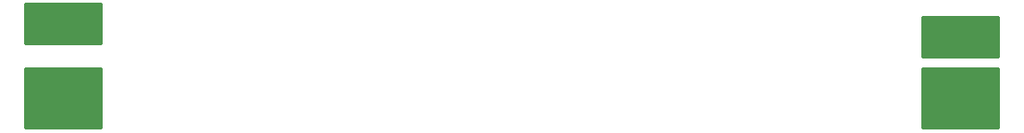
<source format=gbr>
%TF.GenerationSoftware,KiCad,Pcbnew,(6.0.0)*%
%TF.CreationDate,2022-03-21T15:06:36+09:00*%
%TF.ProjectId,MotorDriver base unit,4d6f746f-7244-4726-9976-657220626173,rev?*%
%TF.SameCoordinates,Original*%
%TF.FileFunction,Paste,Bot*%
%TF.FilePolarity,Positive*%
%FSLAX46Y46*%
G04 Gerber Fmt 4.6, Leading zero omitted, Abs format (unit mm)*
G04 Created by KiCad (PCBNEW (6.0.0)) date 2022-03-21 15:06:36*
%MOMM*%
%LPD*%
G01*
G04 APERTURE LIST*
G04 Aperture macros list*
%AMRoundRect*
0 Rectangle with rounded corners*
0 $1 Rounding radius*
0 $2 $3 $4 $5 $6 $7 $8 $9 X,Y pos of 4 corners*
0 Add a 4 corners polygon primitive as box body*
4,1,4,$2,$3,$4,$5,$6,$7,$8,$9,$2,$3,0*
0 Add four circle primitives for the rounded corners*
1,1,$1+$1,$2,$3*
1,1,$1+$1,$4,$5*
1,1,$1+$1,$6,$7*
1,1,$1+$1,$8,$9*
0 Add four rect primitives between the rounded corners*
20,1,$1+$1,$2,$3,$4,$5,0*
20,1,$1+$1,$4,$5,$6,$7,0*
20,1,$1+$1,$6,$7,$8,$9,0*
20,1,$1+$1,$8,$9,$2,$3,0*%
G04 Aperture macros list end*
%ADD10RoundRect,0.100000X-3.600000X-1.900000X3.600000X-1.900000X3.600000X1.900000X-3.600000X1.900000X0*%
%ADD11RoundRect,0.102000X-3.598000X2.898000X-3.598000X-2.898000X3.598000X-2.898000X3.598000X2.898000X0*%
%ADD12RoundRect,0.100000X3.600000X1.900000X-3.600000X1.900000X-3.600000X-1.900000X3.600000X-1.900000X0*%
%ADD13RoundRect,0.102000X3.598000X-2.898000X3.598000X2.898000X-3.598000X2.898000X-3.598000X-2.898000X0*%
G04 APERTURE END LIST*
D10*
%TO.C,J5*%
X121920000Y-81020000D03*
D11*
X121920000Y-86820000D03*
%TD*%
D12*
%TO.C,J6*%
X36830000Y-79720000D03*
D13*
X36830000Y-86820000D03*
%TD*%
M02*

</source>
